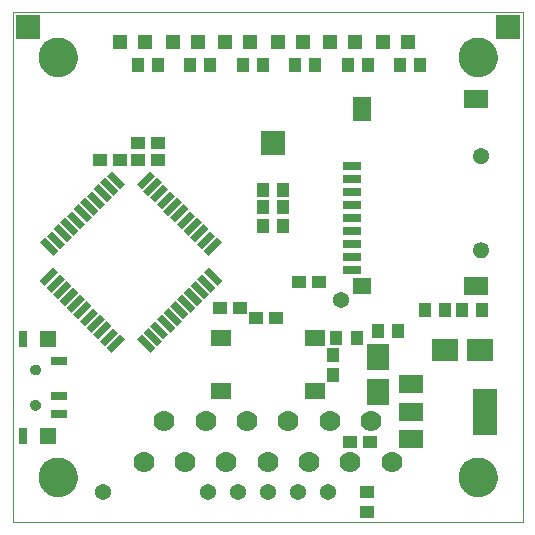
<source format=gts>
G75*
%MOIN*%
%OFA0B0*%
%FSLAX25Y25*%
%IPPOS*%
%LPD*%
%AMOC8*
5,1,8,0,0,1.08239X$1,22.5*
%
%ADD10C,0.00000*%
%ADD11C,0.12998*%
%ADD12R,0.08274X0.08274*%
%ADD13R,0.04731X0.04337*%
%ADD14R,0.07487X0.08865*%
%ADD15R,0.08865X0.07487*%
%ADD16R,0.04337X0.04731*%
%ADD17C,0.07000*%
%ADD18C,0.05400*%
%ADD19R,0.08274X0.06306*%
%ADD20R,0.08274X0.15361*%
%ADD21R,0.05124X0.05124*%
%ADD22R,0.06502X0.05518*%
%ADD23C,0.03550*%
%ADD24R,0.05400X0.02900*%
%ADD25R,0.03000X0.05400*%
%ADD26R,0.05400X0.05400*%
%ADD27R,0.06306X0.02369*%
%ADD28R,0.02369X0.06306*%
%ADD29R,0.08274X0.05912*%
%ADD30R,0.05912X0.05439*%
%ADD31R,0.05912X0.08077*%
%ADD32R,0.05912X0.03156*%
%ADD33C,0.05321*%
D10*
X0015500Y0006435D02*
X0015500Y0176435D01*
X0185500Y0176435D01*
X0185500Y0006435D01*
X0015500Y0006435D01*
X0024201Y0021435D02*
X0024203Y0021593D01*
X0024209Y0021751D01*
X0024219Y0021909D01*
X0024233Y0022067D01*
X0024251Y0022224D01*
X0024272Y0022381D01*
X0024298Y0022537D01*
X0024328Y0022693D01*
X0024361Y0022848D01*
X0024399Y0023001D01*
X0024440Y0023154D01*
X0024485Y0023306D01*
X0024534Y0023457D01*
X0024587Y0023606D01*
X0024643Y0023754D01*
X0024703Y0023900D01*
X0024767Y0024045D01*
X0024835Y0024188D01*
X0024906Y0024330D01*
X0024980Y0024470D01*
X0025058Y0024607D01*
X0025140Y0024743D01*
X0025224Y0024877D01*
X0025313Y0025008D01*
X0025404Y0025137D01*
X0025499Y0025264D01*
X0025596Y0025389D01*
X0025697Y0025511D01*
X0025801Y0025630D01*
X0025908Y0025747D01*
X0026018Y0025861D01*
X0026131Y0025972D01*
X0026246Y0026081D01*
X0026364Y0026186D01*
X0026485Y0026288D01*
X0026608Y0026388D01*
X0026734Y0026484D01*
X0026862Y0026577D01*
X0026992Y0026667D01*
X0027125Y0026753D01*
X0027260Y0026837D01*
X0027396Y0026916D01*
X0027535Y0026993D01*
X0027676Y0027065D01*
X0027818Y0027135D01*
X0027962Y0027200D01*
X0028108Y0027262D01*
X0028255Y0027320D01*
X0028404Y0027375D01*
X0028554Y0027426D01*
X0028705Y0027473D01*
X0028857Y0027516D01*
X0029010Y0027555D01*
X0029165Y0027591D01*
X0029320Y0027622D01*
X0029476Y0027650D01*
X0029632Y0027674D01*
X0029789Y0027694D01*
X0029947Y0027710D01*
X0030104Y0027722D01*
X0030263Y0027730D01*
X0030421Y0027734D01*
X0030579Y0027734D01*
X0030737Y0027730D01*
X0030896Y0027722D01*
X0031053Y0027710D01*
X0031211Y0027694D01*
X0031368Y0027674D01*
X0031524Y0027650D01*
X0031680Y0027622D01*
X0031835Y0027591D01*
X0031990Y0027555D01*
X0032143Y0027516D01*
X0032295Y0027473D01*
X0032446Y0027426D01*
X0032596Y0027375D01*
X0032745Y0027320D01*
X0032892Y0027262D01*
X0033038Y0027200D01*
X0033182Y0027135D01*
X0033324Y0027065D01*
X0033465Y0026993D01*
X0033604Y0026916D01*
X0033740Y0026837D01*
X0033875Y0026753D01*
X0034008Y0026667D01*
X0034138Y0026577D01*
X0034266Y0026484D01*
X0034392Y0026388D01*
X0034515Y0026288D01*
X0034636Y0026186D01*
X0034754Y0026081D01*
X0034869Y0025972D01*
X0034982Y0025861D01*
X0035092Y0025747D01*
X0035199Y0025630D01*
X0035303Y0025511D01*
X0035404Y0025389D01*
X0035501Y0025264D01*
X0035596Y0025137D01*
X0035687Y0025008D01*
X0035776Y0024877D01*
X0035860Y0024743D01*
X0035942Y0024607D01*
X0036020Y0024470D01*
X0036094Y0024330D01*
X0036165Y0024188D01*
X0036233Y0024045D01*
X0036297Y0023900D01*
X0036357Y0023754D01*
X0036413Y0023606D01*
X0036466Y0023457D01*
X0036515Y0023306D01*
X0036560Y0023154D01*
X0036601Y0023001D01*
X0036639Y0022848D01*
X0036672Y0022693D01*
X0036702Y0022537D01*
X0036728Y0022381D01*
X0036749Y0022224D01*
X0036767Y0022067D01*
X0036781Y0021909D01*
X0036791Y0021751D01*
X0036797Y0021593D01*
X0036799Y0021435D01*
X0036797Y0021277D01*
X0036791Y0021119D01*
X0036781Y0020961D01*
X0036767Y0020803D01*
X0036749Y0020646D01*
X0036728Y0020489D01*
X0036702Y0020333D01*
X0036672Y0020177D01*
X0036639Y0020022D01*
X0036601Y0019869D01*
X0036560Y0019716D01*
X0036515Y0019564D01*
X0036466Y0019413D01*
X0036413Y0019264D01*
X0036357Y0019116D01*
X0036297Y0018970D01*
X0036233Y0018825D01*
X0036165Y0018682D01*
X0036094Y0018540D01*
X0036020Y0018400D01*
X0035942Y0018263D01*
X0035860Y0018127D01*
X0035776Y0017993D01*
X0035687Y0017862D01*
X0035596Y0017733D01*
X0035501Y0017606D01*
X0035404Y0017481D01*
X0035303Y0017359D01*
X0035199Y0017240D01*
X0035092Y0017123D01*
X0034982Y0017009D01*
X0034869Y0016898D01*
X0034754Y0016789D01*
X0034636Y0016684D01*
X0034515Y0016582D01*
X0034392Y0016482D01*
X0034266Y0016386D01*
X0034138Y0016293D01*
X0034008Y0016203D01*
X0033875Y0016117D01*
X0033740Y0016033D01*
X0033604Y0015954D01*
X0033465Y0015877D01*
X0033324Y0015805D01*
X0033182Y0015735D01*
X0033038Y0015670D01*
X0032892Y0015608D01*
X0032745Y0015550D01*
X0032596Y0015495D01*
X0032446Y0015444D01*
X0032295Y0015397D01*
X0032143Y0015354D01*
X0031990Y0015315D01*
X0031835Y0015279D01*
X0031680Y0015248D01*
X0031524Y0015220D01*
X0031368Y0015196D01*
X0031211Y0015176D01*
X0031053Y0015160D01*
X0030896Y0015148D01*
X0030737Y0015140D01*
X0030579Y0015136D01*
X0030421Y0015136D01*
X0030263Y0015140D01*
X0030104Y0015148D01*
X0029947Y0015160D01*
X0029789Y0015176D01*
X0029632Y0015196D01*
X0029476Y0015220D01*
X0029320Y0015248D01*
X0029165Y0015279D01*
X0029010Y0015315D01*
X0028857Y0015354D01*
X0028705Y0015397D01*
X0028554Y0015444D01*
X0028404Y0015495D01*
X0028255Y0015550D01*
X0028108Y0015608D01*
X0027962Y0015670D01*
X0027818Y0015735D01*
X0027676Y0015805D01*
X0027535Y0015877D01*
X0027396Y0015954D01*
X0027260Y0016033D01*
X0027125Y0016117D01*
X0026992Y0016203D01*
X0026862Y0016293D01*
X0026734Y0016386D01*
X0026608Y0016482D01*
X0026485Y0016582D01*
X0026364Y0016684D01*
X0026246Y0016789D01*
X0026131Y0016898D01*
X0026018Y0017009D01*
X0025908Y0017123D01*
X0025801Y0017240D01*
X0025697Y0017359D01*
X0025596Y0017481D01*
X0025499Y0017606D01*
X0025404Y0017733D01*
X0025313Y0017862D01*
X0025224Y0017993D01*
X0025140Y0018127D01*
X0025058Y0018263D01*
X0024980Y0018400D01*
X0024906Y0018540D01*
X0024835Y0018682D01*
X0024767Y0018825D01*
X0024703Y0018970D01*
X0024643Y0019116D01*
X0024587Y0019264D01*
X0024534Y0019413D01*
X0024485Y0019564D01*
X0024440Y0019716D01*
X0024399Y0019869D01*
X0024361Y0020022D01*
X0024328Y0020177D01*
X0024298Y0020333D01*
X0024272Y0020489D01*
X0024251Y0020646D01*
X0024233Y0020803D01*
X0024219Y0020961D01*
X0024209Y0021119D01*
X0024203Y0021277D01*
X0024201Y0021435D01*
X0024203Y0021593D01*
X0024209Y0021751D01*
X0024219Y0021909D01*
X0024233Y0022067D01*
X0024251Y0022224D01*
X0024272Y0022381D01*
X0024298Y0022537D01*
X0024328Y0022693D01*
X0024361Y0022848D01*
X0024399Y0023001D01*
X0024440Y0023154D01*
X0024485Y0023306D01*
X0024534Y0023457D01*
X0024587Y0023606D01*
X0024643Y0023754D01*
X0024703Y0023900D01*
X0024767Y0024045D01*
X0024835Y0024188D01*
X0024906Y0024330D01*
X0024980Y0024470D01*
X0025058Y0024607D01*
X0025140Y0024743D01*
X0025224Y0024877D01*
X0025313Y0025008D01*
X0025404Y0025137D01*
X0025499Y0025264D01*
X0025596Y0025389D01*
X0025697Y0025511D01*
X0025801Y0025630D01*
X0025908Y0025747D01*
X0026018Y0025861D01*
X0026131Y0025972D01*
X0026246Y0026081D01*
X0026364Y0026186D01*
X0026485Y0026288D01*
X0026608Y0026388D01*
X0026734Y0026484D01*
X0026862Y0026577D01*
X0026992Y0026667D01*
X0027125Y0026753D01*
X0027260Y0026837D01*
X0027396Y0026916D01*
X0027535Y0026993D01*
X0027676Y0027065D01*
X0027818Y0027135D01*
X0027962Y0027200D01*
X0028108Y0027262D01*
X0028255Y0027320D01*
X0028404Y0027375D01*
X0028554Y0027426D01*
X0028705Y0027473D01*
X0028857Y0027516D01*
X0029010Y0027555D01*
X0029165Y0027591D01*
X0029320Y0027622D01*
X0029476Y0027650D01*
X0029632Y0027674D01*
X0029789Y0027694D01*
X0029947Y0027710D01*
X0030104Y0027722D01*
X0030263Y0027730D01*
X0030421Y0027734D01*
X0030579Y0027734D01*
X0030737Y0027730D01*
X0030896Y0027722D01*
X0031053Y0027710D01*
X0031211Y0027694D01*
X0031368Y0027674D01*
X0031524Y0027650D01*
X0031680Y0027622D01*
X0031835Y0027591D01*
X0031990Y0027555D01*
X0032143Y0027516D01*
X0032295Y0027473D01*
X0032446Y0027426D01*
X0032596Y0027375D01*
X0032745Y0027320D01*
X0032892Y0027262D01*
X0033038Y0027200D01*
X0033182Y0027135D01*
X0033324Y0027065D01*
X0033465Y0026993D01*
X0033604Y0026916D01*
X0033740Y0026837D01*
X0033875Y0026753D01*
X0034008Y0026667D01*
X0034138Y0026577D01*
X0034266Y0026484D01*
X0034392Y0026388D01*
X0034515Y0026288D01*
X0034636Y0026186D01*
X0034754Y0026081D01*
X0034869Y0025972D01*
X0034982Y0025861D01*
X0035092Y0025747D01*
X0035199Y0025630D01*
X0035303Y0025511D01*
X0035404Y0025389D01*
X0035501Y0025264D01*
X0035596Y0025137D01*
X0035687Y0025008D01*
X0035776Y0024877D01*
X0035860Y0024743D01*
X0035942Y0024607D01*
X0036020Y0024470D01*
X0036094Y0024330D01*
X0036165Y0024188D01*
X0036233Y0024045D01*
X0036297Y0023900D01*
X0036357Y0023754D01*
X0036413Y0023606D01*
X0036466Y0023457D01*
X0036515Y0023306D01*
X0036560Y0023154D01*
X0036601Y0023001D01*
X0036639Y0022848D01*
X0036672Y0022693D01*
X0036702Y0022537D01*
X0036728Y0022381D01*
X0036749Y0022224D01*
X0036767Y0022067D01*
X0036781Y0021909D01*
X0036791Y0021751D01*
X0036797Y0021593D01*
X0036799Y0021435D01*
X0036797Y0021277D01*
X0036791Y0021119D01*
X0036781Y0020961D01*
X0036767Y0020803D01*
X0036749Y0020646D01*
X0036728Y0020489D01*
X0036702Y0020333D01*
X0036672Y0020177D01*
X0036639Y0020022D01*
X0036601Y0019869D01*
X0036560Y0019716D01*
X0036515Y0019564D01*
X0036466Y0019413D01*
X0036413Y0019264D01*
X0036357Y0019116D01*
X0036297Y0018970D01*
X0036233Y0018825D01*
X0036165Y0018682D01*
X0036094Y0018540D01*
X0036020Y0018400D01*
X0035942Y0018263D01*
X0035860Y0018127D01*
X0035776Y0017993D01*
X0035687Y0017862D01*
X0035596Y0017733D01*
X0035501Y0017606D01*
X0035404Y0017481D01*
X0035303Y0017359D01*
X0035199Y0017240D01*
X0035092Y0017123D01*
X0034982Y0017009D01*
X0034869Y0016898D01*
X0034754Y0016789D01*
X0034636Y0016684D01*
X0034515Y0016582D01*
X0034392Y0016482D01*
X0034266Y0016386D01*
X0034138Y0016293D01*
X0034008Y0016203D01*
X0033875Y0016117D01*
X0033740Y0016033D01*
X0033604Y0015954D01*
X0033465Y0015877D01*
X0033324Y0015805D01*
X0033182Y0015735D01*
X0033038Y0015670D01*
X0032892Y0015608D01*
X0032745Y0015550D01*
X0032596Y0015495D01*
X0032446Y0015444D01*
X0032295Y0015397D01*
X0032143Y0015354D01*
X0031990Y0015315D01*
X0031835Y0015279D01*
X0031680Y0015248D01*
X0031524Y0015220D01*
X0031368Y0015196D01*
X0031211Y0015176D01*
X0031053Y0015160D01*
X0030896Y0015148D01*
X0030737Y0015140D01*
X0030579Y0015136D01*
X0030421Y0015136D01*
X0030263Y0015140D01*
X0030104Y0015148D01*
X0029947Y0015160D01*
X0029789Y0015176D01*
X0029632Y0015196D01*
X0029476Y0015220D01*
X0029320Y0015248D01*
X0029165Y0015279D01*
X0029010Y0015315D01*
X0028857Y0015354D01*
X0028705Y0015397D01*
X0028554Y0015444D01*
X0028404Y0015495D01*
X0028255Y0015550D01*
X0028108Y0015608D01*
X0027962Y0015670D01*
X0027818Y0015735D01*
X0027676Y0015805D01*
X0027535Y0015877D01*
X0027396Y0015954D01*
X0027260Y0016033D01*
X0027125Y0016117D01*
X0026992Y0016203D01*
X0026862Y0016293D01*
X0026734Y0016386D01*
X0026608Y0016482D01*
X0026485Y0016582D01*
X0026364Y0016684D01*
X0026246Y0016789D01*
X0026131Y0016898D01*
X0026018Y0017009D01*
X0025908Y0017123D01*
X0025801Y0017240D01*
X0025697Y0017359D01*
X0025596Y0017481D01*
X0025499Y0017606D01*
X0025404Y0017733D01*
X0025313Y0017862D01*
X0025224Y0017993D01*
X0025140Y0018127D01*
X0025058Y0018263D01*
X0024980Y0018400D01*
X0024906Y0018540D01*
X0024835Y0018682D01*
X0024767Y0018825D01*
X0024703Y0018970D01*
X0024643Y0019116D01*
X0024587Y0019264D01*
X0024534Y0019413D01*
X0024485Y0019564D01*
X0024440Y0019716D01*
X0024399Y0019869D01*
X0024361Y0020022D01*
X0024328Y0020177D01*
X0024298Y0020333D01*
X0024272Y0020489D01*
X0024251Y0020646D01*
X0024233Y0020803D01*
X0024219Y0020961D01*
X0024209Y0021119D01*
X0024203Y0021277D01*
X0024201Y0021435D01*
X0021425Y0045529D02*
X0021427Y0045608D01*
X0021433Y0045687D01*
X0021443Y0045766D01*
X0021457Y0045844D01*
X0021474Y0045921D01*
X0021496Y0045997D01*
X0021521Y0046072D01*
X0021551Y0046145D01*
X0021583Y0046217D01*
X0021620Y0046288D01*
X0021660Y0046356D01*
X0021703Y0046422D01*
X0021749Y0046486D01*
X0021799Y0046548D01*
X0021852Y0046607D01*
X0021907Y0046663D01*
X0021966Y0046717D01*
X0022027Y0046767D01*
X0022090Y0046815D01*
X0022156Y0046859D01*
X0022224Y0046900D01*
X0022294Y0046937D01*
X0022365Y0046971D01*
X0022439Y0047001D01*
X0022513Y0047027D01*
X0022589Y0047049D01*
X0022666Y0047068D01*
X0022744Y0047083D01*
X0022822Y0047094D01*
X0022901Y0047101D01*
X0022980Y0047104D01*
X0023059Y0047103D01*
X0023138Y0047098D01*
X0023217Y0047089D01*
X0023295Y0047076D01*
X0023372Y0047059D01*
X0023449Y0047039D01*
X0023524Y0047014D01*
X0023598Y0046986D01*
X0023671Y0046954D01*
X0023741Y0046919D01*
X0023810Y0046880D01*
X0023877Y0046837D01*
X0023942Y0046791D01*
X0024004Y0046743D01*
X0024064Y0046691D01*
X0024121Y0046636D01*
X0024175Y0046578D01*
X0024226Y0046518D01*
X0024274Y0046455D01*
X0024319Y0046390D01*
X0024361Y0046322D01*
X0024399Y0046253D01*
X0024433Y0046182D01*
X0024464Y0046109D01*
X0024492Y0046034D01*
X0024515Y0045959D01*
X0024535Y0045882D01*
X0024551Y0045805D01*
X0024563Y0045726D01*
X0024571Y0045648D01*
X0024575Y0045569D01*
X0024575Y0045489D01*
X0024571Y0045410D01*
X0024563Y0045332D01*
X0024551Y0045253D01*
X0024535Y0045176D01*
X0024515Y0045099D01*
X0024492Y0045024D01*
X0024464Y0044949D01*
X0024433Y0044876D01*
X0024399Y0044805D01*
X0024361Y0044736D01*
X0024319Y0044668D01*
X0024274Y0044603D01*
X0024226Y0044540D01*
X0024175Y0044480D01*
X0024121Y0044422D01*
X0024064Y0044367D01*
X0024004Y0044315D01*
X0023942Y0044267D01*
X0023877Y0044221D01*
X0023810Y0044178D01*
X0023741Y0044139D01*
X0023671Y0044104D01*
X0023598Y0044072D01*
X0023524Y0044044D01*
X0023449Y0044019D01*
X0023372Y0043999D01*
X0023295Y0043982D01*
X0023217Y0043969D01*
X0023138Y0043960D01*
X0023059Y0043955D01*
X0022980Y0043954D01*
X0022901Y0043957D01*
X0022822Y0043964D01*
X0022744Y0043975D01*
X0022666Y0043990D01*
X0022589Y0044009D01*
X0022513Y0044031D01*
X0022439Y0044057D01*
X0022365Y0044087D01*
X0022294Y0044121D01*
X0022224Y0044158D01*
X0022156Y0044199D01*
X0022090Y0044243D01*
X0022027Y0044291D01*
X0021966Y0044341D01*
X0021907Y0044395D01*
X0021852Y0044451D01*
X0021799Y0044510D01*
X0021749Y0044572D01*
X0021703Y0044636D01*
X0021660Y0044702D01*
X0021620Y0044770D01*
X0021583Y0044841D01*
X0021551Y0044913D01*
X0021521Y0044986D01*
X0021496Y0045061D01*
X0021474Y0045137D01*
X0021457Y0045214D01*
X0021443Y0045292D01*
X0021433Y0045371D01*
X0021427Y0045450D01*
X0021425Y0045529D01*
X0021425Y0057340D02*
X0021427Y0057419D01*
X0021433Y0057498D01*
X0021443Y0057577D01*
X0021457Y0057655D01*
X0021474Y0057732D01*
X0021496Y0057808D01*
X0021521Y0057883D01*
X0021551Y0057956D01*
X0021583Y0058028D01*
X0021620Y0058099D01*
X0021660Y0058167D01*
X0021703Y0058233D01*
X0021749Y0058297D01*
X0021799Y0058359D01*
X0021852Y0058418D01*
X0021907Y0058474D01*
X0021966Y0058528D01*
X0022027Y0058578D01*
X0022090Y0058626D01*
X0022156Y0058670D01*
X0022224Y0058711D01*
X0022294Y0058748D01*
X0022365Y0058782D01*
X0022439Y0058812D01*
X0022513Y0058838D01*
X0022589Y0058860D01*
X0022666Y0058879D01*
X0022744Y0058894D01*
X0022822Y0058905D01*
X0022901Y0058912D01*
X0022980Y0058915D01*
X0023059Y0058914D01*
X0023138Y0058909D01*
X0023217Y0058900D01*
X0023295Y0058887D01*
X0023372Y0058870D01*
X0023449Y0058850D01*
X0023524Y0058825D01*
X0023598Y0058797D01*
X0023671Y0058765D01*
X0023741Y0058730D01*
X0023810Y0058691D01*
X0023877Y0058648D01*
X0023942Y0058602D01*
X0024004Y0058554D01*
X0024064Y0058502D01*
X0024121Y0058447D01*
X0024175Y0058389D01*
X0024226Y0058329D01*
X0024274Y0058266D01*
X0024319Y0058201D01*
X0024361Y0058133D01*
X0024399Y0058064D01*
X0024433Y0057993D01*
X0024464Y0057920D01*
X0024492Y0057845D01*
X0024515Y0057770D01*
X0024535Y0057693D01*
X0024551Y0057616D01*
X0024563Y0057537D01*
X0024571Y0057459D01*
X0024575Y0057380D01*
X0024575Y0057300D01*
X0024571Y0057221D01*
X0024563Y0057143D01*
X0024551Y0057064D01*
X0024535Y0056987D01*
X0024515Y0056910D01*
X0024492Y0056835D01*
X0024464Y0056760D01*
X0024433Y0056687D01*
X0024399Y0056616D01*
X0024361Y0056547D01*
X0024319Y0056479D01*
X0024274Y0056414D01*
X0024226Y0056351D01*
X0024175Y0056291D01*
X0024121Y0056233D01*
X0024064Y0056178D01*
X0024004Y0056126D01*
X0023942Y0056078D01*
X0023877Y0056032D01*
X0023810Y0055989D01*
X0023741Y0055950D01*
X0023671Y0055915D01*
X0023598Y0055883D01*
X0023524Y0055855D01*
X0023449Y0055830D01*
X0023372Y0055810D01*
X0023295Y0055793D01*
X0023217Y0055780D01*
X0023138Y0055771D01*
X0023059Y0055766D01*
X0022980Y0055765D01*
X0022901Y0055768D01*
X0022822Y0055775D01*
X0022744Y0055786D01*
X0022666Y0055801D01*
X0022589Y0055820D01*
X0022513Y0055842D01*
X0022439Y0055868D01*
X0022365Y0055898D01*
X0022294Y0055932D01*
X0022224Y0055969D01*
X0022156Y0056010D01*
X0022090Y0056054D01*
X0022027Y0056102D01*
X0021966Y0056152D01*
X0021907Y0056206D01*
X0021852Y0056262D01*
X0021799Y0056321D01*
X0021749Y0056383D01*
X0021703Y0056447D01*
X0021660Y0056513D01*
X0021620Y0056581D01*
X0021583Y0056652D01*
X0021551Y0056724D01*
X0021521Y0056797D01*
X0021496Y0056872D01*
X0021474Y0056948D01*
X0021457Y0057025D01*
X0021443Y0057103D01*
X0021433Y0057182D01*
X0021427Y0057261D01*
X0021425Y0057340D01*
X0024201Y0161435D02*
X0024203Y0161593D01*
X0024209Y0161751D01*
X0024219Y0161909D01*
X0024233Y0162067D01*
X0024251Y0162224D01*
X0024272Y0162381D01*
X0024298Y0162537D01*
X0024328Y0162693D01*
X0024361Y0162848D01*
X0024399Y0163001D01*
X0024440Y0163154D01*
X0024485Y0163306D01*
X0024534Y0163457D01*
X0024587Y0163606D01*
X0024643Y0163754D01*
X0024703Y0163900D01*
X0024767Y0164045D01*
X0024835Y0164188D01*
X0024906Y0164330D01*
X0024980Y0164470D01*
X0025058Y0164607D01*
X0025140Y0164743D01*
X0025224Y0164877D01*
X0025313Y0165008D01*
X0025404Y0165137D01*
X0025499Y0165264D01*
X0025596Y0165389D01*
X0025697Y0165511D01*
X0025801Y0165630D01*
X0025908Y0165747D01*
X0026018Y0165861D01*
X0026131Y0165972D01*
X0026246Y0166081D01*
X0026364Y0166186D01*
X0026485Y0166288D01*
X0026608Y0166388D01*
X0026734Y0166484D01*
X0026862Y0166577D01*
X0026992Y0166667D01*
X0027125Y0166753D01*
X0027260Y0166837D01*
X0027396Y0166916D01*
X0027535Y0166993D01*
X0027676Y0167065D01*
X0027818Y0167135D01*
X0027962Y0167200D01*
X0028108Y0167262D01*
X0028255Y0167320D01*
X0028404Y0167375D01*
X0028554Y0167426D01*
X0028705Y0167473D01*
X0028857Y0167516D01*
X0029010Y0167555D01*
X0029165Y0167591D01*
X0029320Y0167622D01*
X0029476Y0167650D01*
X0029632Y0167674D01*
X0029789Y0167694D01*
X0029947Y0167710D01*
X0030104Y0167722D01*
X0030263Y0167730D01*
X0030421Y0167734D01*
X0030579Y0167734D01*
X0030737Y0167730D01*
X0030896Y0167722D01*
X0031053Y0167710D01*
X0031211Y0167694D01*
X0031368Y0167674D01*
X0031524Y0167650D01*
X0031680Y0167622D01*
X0031835Y0167591D01*
X0031990Y0167555D01*
X0032143Y0167516D01*
X0032295Y0167473D01*
X0032446Y0167426D01*
X0032596Y0167375D01*
X0032745Y0167320D01*
X0032892Y0167262D01*
X0033038Y0167200D01*
X0033182Y0167135D01*
X0033324Y0167065D01*
X0033465Y0166993D01*
X0033604Y0166916D01*
X0033740Y0166837D01*
X0033875Y0166753D01*
X0034008Y0166667D01*
X0034138Y0166577D01*
X0034266Y0166484D01*
X0034392Y0166388D01*
X0034515Y0166288D01*
X0034636Y0166186D01*
X0034754Y0166081D01*
X0034869Y0165972D01*
X0034982Y0165861D01*
X0035092Y0165747D01*
X0035199Y0165630D01*
X0035303Y0165511D01*
X0035404Y0165389D01*
X0035501Y0165264D01*
X0035596Y0165137D01*
X0035687Y0165008D01*
X0035776Y0164877D01*
X0035860Y0164743D01*
X0035942Y0164607D01*
X0036020Y0164470D01*
X0036094Y0164330D01*
X0036165Y0164188D01*
X0036233Y0164045D01*
X0036297Y0163900D01*
X0036357Y0163754D01*
X0036413Y0163606D01*
X0036466Y0163457D01*
X0036515Y0163306D01*
X0036560Y0163154D01*
X0036601Y0163001D01*
X0036639Y0162848D01*
X0036672Y0162693D01*
X0036702Y0162537D01*
X0036728Y0162381D01*
X0036749Y0162224D01*
X0036767Y0162067D01*
X0036781Y0161909D01*
X0036791Y0161751D01*
X0036797Y0161593D01*
X0036799Y0161435D01*
X0036797Y0161277D01*
X0036791Y0161119D01*
X0036781Y0160961D01*
X0036767Y0160803D01*
X0036749Y0160646D01*
X0036728Y0160489D01*
X0036702Y0160333D01*
X0036672Y0160177D01*
X0036639Y0160022D01*
X0036601Y0159869D01*
X0036560Y0159716D01*
X0036515Y0159564D01*
X0036466Y0159413D01*
X0036413Y0159264D01*
X0036357Y0159116D01*
X0036297Y0158970D01*
X0036233Y0158825D01*
X0036165Y0158682D01*
X0036094Y0158540D01*
X0036020Y0158400D01*
X0035942Y0158263D01*
X0035860Y0158127D01*
X0035776Y0157993D01*
X0035687Y0157862D01*
X0035596Y0157733D01*
X0035501Y0157606D01*
X0035404Y0157481D01*
X0035303Y0157359D01*
X0035199Y0157240D01*
X0035092Y0157123D01*
X0034982Y0157009D01*
X0034869Y0156898D01*
X0034754Y0156789D01*
X0034636Y0156684D01*
X0034515Y0156582D01*
X0034392Y0156482D01*
X0034266Y0156386D01*
X0034138Y0156293D01*
X0034008Y0156203D01*
X0033875Y0156117D01*
X0033740Y0156033D01*
X0033604Y0155954D01*
X0033465Y0155877D01*
X0033324Y0155805D01*
X0033182Y0155735D01*
X0033038Y0155670D01*
X0032892Y0155608D01*
X0032745Y0155550D01*
X0032596Y0155495D01*
X0032446Y0155444D01*
X0032295Y0155397D01*
X0032143Y0155354D01*
X0031990Y0155315D01*
X0031835Y0155279D01*
X0031680Y0155248D01*
X0031524Y0155220D01*
X0031368Y0155196D01*
X0031211Y0155176D01*
X0031053Y0155160D01*
X0030896Y0155148D01*
X0030737Y0155140D01*
X0030579Y0155136D01*
X0030421Y0155136D01*
X0030263Y0155140D01*
X0030104Y0155148D01*
X0029947Y0155160D01*
X0029789Y0155176D01*
X0029632Y0155196D01*
X0029476Y0155220D01*
X0029320Y0155248D01*
X0029165Y0155279D01*
X0029010Y0155315D01*
X0028857Y0155354D01*
X0028705Y0155397D01*
X0028554Y0155444D01*
X0028404Y0155495D01*
X0028255Y0155550D01*
X0028108Y0155608D01*
X0027962Y0155670D01*
X0027818Y0155735D01*
X0027676Y0155805D01*
X0027535Y0155877D01*
X0027396Y0155954D01*
X0027260Y0156033D01*
X0027125Y0156117D01*
X0026992Y0156203D01*
X0026862Y0156293D01*
X0026734Y0156386D01*
X0026608Y0156482D01*
X0026485Y0156582D01*
X0026364Y0156684D01*
X0026246Y0156789D01*
X0026131Y0156898D01*
X0026018Y0157009D01*
X0025908Y0157123D01*
X0025801Y0157240D01*
X0025697Y0157359D01*
X0025596Y0157481D01*
X0025499Y0157606D01*
X0025404Y0157733D01*
X0025313Y0157862D01*
X0025224Y0157993D01*
X0025140Y0158127D01*
X0025058Y0158263D01*
X0024980Y0158400D01*
X0024906Y0158540D01*
X0024835Y0158682D01*
X0024767Y0158825D01*
X0024703Y0158970D01*
X0024643Y0159116D01*
X0024587Y0159264D01*
X0024534Y0159413D01*
X0024485Y0159564D01*
X0024440Y0159716D01*
X0024399Y0159869D01*
X0024361Y0160022D01*
X0024328Y0160177D01*
X0024298Y0160333D01*
X0024272Y0160489D01*
X0024251Y0160646D01*
X0024233Y0160803D01*
X0024219Y0160961D01*
X0024209Y0161119D01*
X0024203Y0161277D01*
X0024201Y0161435D01*
X0164201Y0161435D02*
X0164203Y0161593D01*
X0164209Y0161751D01*
X0164219Y0161909D01*
X0164233Y0162067D01*
X0164251Y0162224D01*
X0164272Y0162381D01*
X0164298Y0162537D01*
X0164328Y0162693D01*
X0164361Y0162848D01*
X0164399Y0163001D01*
X0164440Y0163154D01*
X0164485Y0163306D01*
X0164534Y0163457D01*
X0164587Y0163606D01*
X0164643Y0163754D01*
X0164703Y0163900D01*
X0164767Y0164045D01*
X0164835Y0164188D01*
X0164906Y0164330D01*
X0164980Y0164470D01*
X0165058Y0164607D01*
X0165140Y0164743D01*
X0165224Y0164877D01*
X0165313Y0165008D01*
X0165404Y0165137D01*
X0165499Y0165264D01*
X0165596Y0165389D01*
X0165697Y0165511D01*
X0165801Y0165630D01*
X0165908Y0165747D01*
X0166018Y0165861D01*
X0166131Y0165972D01*
X0166246Y0166081D01*
X0166364Y0166186D01*
X0166485Y0166288D01*
X0166608Y0166388D01*
X0166734Y0166484D01*
X0166862Y0166577D01*
X0166992Y0166667D01*
X0167125Y0166753D01*
X0167260Y0166837D01*
X0167396Y0166916D01*
X0167535Y0166993D01*
X0167676Y0167065D01*
X0167818Y0167135D01*
X0167962Y0167200D01*
X0168108Y0167262D01*
X0168255Y0167320D01*
X0168404Y0167375D01*
X0168554Y0167426D01*
X0168705Y0167473D01*
X0168857Y0167516D01*
X0169010Y0167555D01*
X0169165Y0167591D01*
X0169320Y0167622D01*
X0169476Y0167650D01*
X0169632Y0167674D01*
X0169789Y0167694D01*
X0169947Y0167710D01*
X0170104Y0167722D01*
X0170263Y0167730D01*
X0170421Y0167734D01*
X0170579Y0167734D01*
X0170737Y0167730D01*
X0170896Y0167722D01*
X0171053Y0167710D01*
X0171211Y0167694D01*
X0171368Y0167674D01*
X0171524Y0167650D01*
X0171680Y0167622D01*
X0171835Y0167591D01*
X0171990Y0167555D01*
X0172143Y0167516D01*
X0172295Y0167473D01*
X0172446Y0167426D01*
X0172596Y0167375D01*
X0172745Y0167320D01*
X0172892Y0167262D01*
X0173038Y0167200D01*
X0173182Y0167135D01*
X0173324Y0167065D01*
X0173465Y0166993D01*
X0173604Y0166916D01*
X0173740Y0166837D01*
X0173875Y0166753D01*
X0174008Y0166667D01*
X0174138Y0166577D01*
X0174266Y0166484D01*
X0174392Y0166388D01*
X0174515Y0166288D01*
X0174636Y0166186D01*
X0174754Y0166081D01*
X0174869Y0165972D01*
X0174982Y0165861D01*
X0175092Y0165747D01*
X0175199Y0165630D01*
X0175303Y0165511D01*
X0175404Y0165389D01*
X0175501Y0165264D01*
X0175596Y0165137D01*
X0175687Y0165008D01*
X0175776Y0164877D01*
X0175860Y0164743D01*
X0175942Y0164607D01*
X0176020Y0164470D01*
X0176094Y0164330D01*
X0176165Y0164188D01*
X0176233Y0164045D01*
X0176297Y0163900D01*
X0176357Y0163754D01*
X0176413Y0163606D01*
X0176466Y0163457D01*
X0176515Y0163306D01*
X0176560Y0163154D01*
X0176601Y0163001D01*
X0176639Y0162848D01*
X0176672Y0162693D01*
X0176702Y0162537D01*
X0176728Y0162381D01*
X0176749Y0162224D01*
X0176767Y0162067D01*
X0176781Y0161909D01*
X0176791Y0161751D01*
X0176797Y0161593D01*
X0176799Y0161435D01*
X0176797Y0161277D01*
X0176791Y0161119D01*
X0176781Y0160961D01*
X0176767Y0160803D01*
X0176749Y0160646D01*
X0176728Y0160489D01*
X0176702Y0160333D01*
X0176672Y0160177D01*
X0176639Y0160022D01*
X0176601Y0159869D01*
X0176560Y0159716D01*
X0176515Y0159564D01*
X0176466Y0159413D01*
X0176413Y0159264D01*
X0176357Y0159116D01*
X0176297Y0158970D01*
X0176233Y0158825D01*
X0176165Y0158682D01*
X0176094Y0158540D01*
X0176020Y0158400D01*
X0175942Y0158263D01*
X0175860Y0158127D01*
X0175776Y0157993D01*
X0175687Y0157862D01*
X0175596Y0157733D01*
X0175501Y0157606D01*
X0175404Y0157481D01*
X0175303Y0157359D01*
X0175199Y0157240D01*
X0175092Y0157123D01*
X0174982Y0157009D01*
X0174869Y0156898D01*
X0174754Y0156789D01*
X0174636Y0156684D01*
X0174515Y0156582D01*
X0174392Y0156482D01*
X0174266Y0156386D01*
X0174138Y0156293D01*
X0174008Y0156203D01*
X0173875Y0156117D01*
X0173740Y0156033D01*
X0173604Y0155954D01*
X0173465Y0155877D01*
X0173324Y0155805D01*
X0173182Y0155735D01*
X0173038Y0155670D01*
X0172892Y0155608D01*
X0172745Y0155550D01*
X0172596Y0155495D01*
X0172446Y0155444D01*
X0172295Y0155397D01*
X0172143Y0155354D01*
X0171990Y0155315D01*
X0171835Y0155279D01*
X0171680Y0155248D01*
X0171524Y0155220D01*
X0171368Y0155196D01*
X0171211Y0155176D01*
X0171053Y0155160D01*
X0170896Y0155148D01*
X0170737Y0155140D01*
X0170579Y0155136D01*
X0170421Y0155136D01*
X0170263Y0155140D01*
X0170104Y0155148D01*
X0169947Y0155160D01*
X0169789Y0155176D01*
X0169632Y0155196D01*
X0169476Y0155220D01*
X0169320Y0155248D01*
X0169165Y0155279D01*
X0169010Y0155315D01*
X0168857Y0155354D01*
X0168705Y0155397D01*
X0168554Y0155444D01*
X0168404Y0155495D01*
X0168255Y0155550D01*
X0168108Y0155608D01*
X0167962Y0155670D01*
X0167818Y0155735D01*
X0167676Y0155805D01*
X0167535Y0155877D01*
X0167396Y0155954D01*
X0167260Y0156033D01*
X0167125Y0156117D01*
X0166992Y0156203D01*
X0166862Y0156293D01*
X0166734Y0156386D01*
X0166608Y0156482D01*
X0166485Y0156582D01*
X0166364Y0156684D01*
X0166246Y0156789D01*
X0166131Y0156898D01*
X0166018Y0157009D01*
X0165908Y0157123D01*
X0165801Y0157240D01*
X0165697Y0157359D01*
X0165596Y0157481D01*
X0165499Y0157606D01*
X0165404Y0157733D01*
X0165313Y0157862D01*
X0165224Y0157993D01*
X0165140Y0158127D01*
X0165058Y0158263D01*
X0164980Y0158400D01*
X0164906Y0158540D01*
X0164835Y0158682D01*
X0164767Y0158825D01*
X0164703Y0158970D01*
X0164643Y0159116D01*
X0164587Y0159264D01*
X0164534Y0159413D01*
X0164485Y0159564D01*
X0164440Y0159716D01*
X0164399Y0159869D01*
X0164361Y0160022D01*
X0164328Y0160177D01*
X0164298Y0160333D01*
X0164272Y0160489D01*
X0164251Y0160646D01*
X0164233Y0160803D01*
X0164219Y0160961D01*
X0164209Y0161119D01*
X0164203Y0161277D01*
X0164201Y0161435D01*
X0168959Y0128640D02*
X0168961Y0128739D01*
X0168967Y0128838D01*
X0168977Y0128937D01*
X0168991Y0129035D01*
X0169009Y0129132D01*
X0169031Y0129229D01*
X0169056Y0129325D01*
X0169086Y0129419D01*
X0169119Y0129513D01*
X0169156Y0129605D01*
X0169197Y0129695D01*
X0169241Y0129784D01*
X0169289Y0129870D01*
X0169340Y0129955D01*
X0169395Y0130038D01*
X0169453Y0130118D01*
X0169514Y0130196D01*
X0169578Y0130272D01*
X0169645Y0130345D01*
X0169715Y0130415D01*
X0169788Y0130482D01*
X0169864Y0130546D01*
X0169942Y0130607D01*
X0170022Y0130665D01*
X0170105Y0130720D01*
X0170189Y0130771D01*
X0170276Y0130819D01*
X0170365Y0130863D01*
X0170455Y0130904D01*
X0170547Y0130941D01*
X0170641Y0130974D01*
X0170735Y0131004D01*
X0170831Y0131029D01*
X0170928Y0131051D01*
X0171025Y0131069D01*
X0171123Y0131083D01*
X0171222Y0131093D01*
X0171321Y0131099D01*
X0171420Y0131101D01*
X0171519Y0131099D01*
X0171618Y0131093D01*
X0171717Y0131083D01*
X0171815Y0131069D01*
X0171912Y0131051D01*
X0172009Y0131029D01*
X0172105Y0131004D01*
X0172199Y0130974D01*
X0172293Y0130941D01*
X0172385Y0130904D01*
X0172475Y0130863D01*
X0172564Y0130819D01*
X0172650Y0130771D01*
X0172735Y0130720D01*
X0172818Y0130665D01*
X0172898Y0130607D01*
X0172976Y0130546D01*
X0173052Y0130482D01*
X0173125Y0130415D01*
X0173195Y0130345D01*
X0173262Y0130272D01*
X0173326Y0130196D01*
X0173387Y0130118D01*
X0173445Y0130038D01*
X0173500Y0129955D01*
X0173551Y0129871D01*
X0173599Y0129784D01*
X0173643Y0129695D01*
X0173684Y0129605D01*
X0173721Y0129513D01*
X0173754Y0129419D01*
X0173784Y0129325D01*
X0173809Y0129229D01*
X0173831Y0129132D01*
X0173849Y0129035D01*
X0173863Y0128937D01*
X0173873Y0128838D01*
X0173879Y0128739D01*
X0173881Y0128640D01*
X0173879Y0128541D01*
X0173873Y0128442D01*
X0173863Y0128343D01*
X0173849Y0128245D01*
X0173831Y0128148D01*
X0173809Y0128051D01*
X0173784Y0127955D01*
X0173754Y0127861D01*
X0173721Y0127767D01*
X0173684Y0127675D01*
X0173643Y0127585D01*
X0173599Y0127496D01*
X0173551Y0127410D01*
X0173500Y0127325D01*
X0173445Y0127242D01*
X0173387Y0127162D01*
X0173326Y0127084D01*
X0173262Y0127008D01*
X0173195Y0126935D01*
X0173125Y0126865D01*
X0173052Y0126798D01*
X0172976Y0126734D01*
X0172898Y0126673D01*
X0172818Y0126615D01*
X0172735Y0126560D01*
X0172651Y0126509D01*
X0172564Y0126461D01*
X0172475Y0126417D01*
X0172385Y0126376D01*
X0172293Y0126339D01*
X0172199Y0126306D01*
X0172105Y0126276D01*
X0172009Y0126251D01*
X0171912Y0126229D01*
X0171815Y0126211D01*
X0171717Y0126197D01*
X0171618Y0126187D01*
X0171519Y0126181D01*
X0171420Y0126179D01*
X0171321Y0126181D01*
X0171222Y0126187D01*
X0171123Y0126197D01*
X0171025Y0126211D01*
X0170928Y0126229D01*
X0170831Y0126251D01*
X0170735Y0126276D01*
X0170641Y0126306D01*
X0170547Y0126339D01*
X0170455Y0126376D01*
X0170365Y0126417D01*
X0170276Y0126461D01*
X0170190Y0126509D01*
X0170105Y0126560D01*
X0170022Y0126615D01*
X0169942Y0126673D01*
X0169864Y0126734D01*
X0169788Y0126798D01*
X0169715Y0126865D01*
X0169645Y0126935D01*
X0169578Y0127008D01*
X0169514Y0127084D01*
X0169453Y0127162D01*
X0169395Y0127242D01*
X0169340Y0127325D01*
X0169289Y0127409D01*
X0169241Y0127496D01*
X0169197Y0127585D01*
X0169156Y0127675D01*
X0169119Y0127767D01*
X0169086Y0127861D01*
X0169056Y0127955D01*
X0169031Y0128051D01*
X0169009Y0128148D01*
X0168991Y0128245D01*
X0168977Y0128343D01*
X0168967Y0128442D01*
X0168961Y0128541D01*
X0168959Y0128640D01*
X0168959Y0097144D02*
X0168961Y0097243D01*
X0168967Y0097342D01*
X0168977Y0097441D01*
X0168991Y0097539D01*
X0169009Y0097636D01*
X0169031Y0097733D01*
X0169056Y0097829D01*
X0169086Y0097923D01*
X0169119Y0098017D01*
X0169156Y0098109D01*
X0169197Y0098199D01*
X0169241Y0098288D01*
X0169289Y0098374D01*
X0169340Y0098459D01*
X0169395Y0098542D01*
X0169453Y0098622D01*
X0169514Y0098700D01*
X0169578Y0098776D01*
X0169645Y0098849D01*
X0169715Y0098919D01*
X0169788Y0098986D01*
X0169864Y0099050D01*
X0169942Y0099111D01*
X0170022Y0099169D01*
X0170105Y0099224D01*
X0170189Y0099275D01*
X0170276Y0099323D01*
X0170365Y0099367D01*
X0170455Y0099408D01*
X0170547Y0099445D01*
X0170641Y0099478D01*
X0170735Y0099508D01*
X0170831Y0099533D01*
X0170928Y0099555D01*
X0171025Y0099573D01*
X0171123Y0099587D01*
X0171222Y0099597D01*
X0171321Y0099603D01*
X0171420Y0099605D01*
X0171519Y0099603D01*
X0171618Y0099597D01*
X0171717Y0099587D01*
X0171815Y0099573D01*
X0171912Y0099555D01*
X0172009Y0099533D01*
X0172105Y0099508D01*
X0172199Y0099478D01*
X0172293Y0099445D01*
X0172385Y0099408D01*
X0172475Y0099367D01*
X0172564Y0099323D01*
X0172650Y0099275D01*
X0172735Y0099224D01*
X0172818Y0099169D01*
X0172898Y0099111D01*
X0172976Y0099050D01*
X0173052Y0098986D01*
X0173125Y0098919D01*
X0173195Y0098849D01*
X0173262Y0098776D01*
X0173326Y0098700D01*
X0173387Y0098622D01*
X0173445Y0098542D01*
X0173500Y0098459D01*
X0173551Y0098375D01*
X0173599Y0098288D01*
X0173643Y0098199D01*
X0173684Y0098109D01*
X0173721Y0098017D01*
X0173754Y0097923D01*
X0173784Y0097829D01*
X0173809Y0097733D01*
X0173831Y0097636D01*
X0173849Y0097539D01*
X0173863Y0097441D01*
X0173873Y0097342D01*
X0173879Y0097243D01*
X0173881Y0097144D01*
X0173879Y0097045D01*
X0173873Y0096946D01*
X0173863Y0096847D01*
X0173849Y0096749D01*
X0173831Y0096652D01*
X0173809Y0096555D01*
X0173784Y0096459D01*
X0173754Y0096365D01*
X0173721Y0096271D01*
X0173684Y0096179D01*
X0173643Y0096089D01*
X0173599Y0096000D01*
X0173551Y0095914D01*
X0173500Y0095829D01*
X0173445Y0095746D01*
X0173387Y0095666D01*
X0173326Y0095588D01*
X0173262Y0095512D01*
X0173195Y0095439D01*
X0173125Y0095369D01*
X0173052Y0095302D01*
X0172976Y0095238D01*
X0172898Y0095177D01*
X0172818Y0095119D01*
X0172735Y0095064D01*
X0172651Y0095013D01*
X0172564Y0094965D01*
X0172475Y0094921D01*
X0172385Y0094880D01*
X0172293Y0094843D01*
X0172199Y0094810D01*
X0172105Y0094780D01*
X0172009Y0094755D01*
X0171912Y0094733D01*
X0171815Y0094715D01*
X0171717Y0094701D01*
X0171618Y0094691D01*
X0171519Y0094685D01*
X0171420Y0094683D01*
X0171321Y0094685D01*
X0171222Y0094691D01*
X0171123Y0094701D01*
X0171025Y0094715D01*
X0170928Y0094733D01*
X0170831Y0094755D01*
X0170735Y0094780D01*
X0170641Y0094810D01*
X0170547Y0094843D01*
X0170455Y0094880D01*
X0170365Y0094921D01*
X0170276Y0094965D01*
X0170190Y0095013D01*
X0170105Y0095064D01*
X0170022Y0095119D01*
X0169942Y0095177D01*
X0169864Y0095238D01*
X0169788Y0095302D01*
X0169715Y0095369D01*
X0169645Y0095439D01*
X0169578Y0095512D01*
X0169514Y0095588D01*
X0169453Y0095666D01*
X0169395Y0095746D01*
X0169340Y0095829D01*
X0169289Y0095913D01*
X0169241Y0096000D01*
X0169197Y0096089D01*
X0169156Y0096179D01*
X0169119Y0096271D01*
X0169086Y0096365D01*
X0169056Y0096459D01*
X0169031Y0096555D01*
X0169009Y0096652D01*
X0168991Y0096749D01*
X0168977Y0096847D01*
X0168967Y0096946D01*
X0168961Y0097045D01*
X0168959Y0097144D01*
X0164201Y0021435D02*
X0164203Y0021593D01*
X0164209Y0021751D01*
X0164219Y0021909D01*
X0164233Y0022067D01*
X0164251Y0022224D01*
X0164272Y0022381D01*
X0164298Y0022537D01*
X0164328Y0022693D01*
X0164361Y0022848D01*
X0164399Y0023001D01*
X0164440Y0023154D01*
X0164485Y0023306D01*
X0164534Y0023457D01*
X0164587Y0023606D01*
X0164643Y0023754D01*
X0164703Y0023900D01*
X0164767Y0024045D01*
X0164835Y0024188D01*
X0164906Y0024330D01*
X0164980Y0024470D01*
X0165058Y0024607D01*
X0165140Y0024743D01*
X0165224Y0024877D01*
X0165313Y0025008D01*
X0165404Y0025137D01*
X0165499Y0025264D01*
X0165596Y0025389D01*
X0165697Y0025511D01*
X0165801Y0025630D01*
X0165908Y0025747D01*
X0166018Y0025861D01*
X0166131Y0025972D01*
X0166246Y0026081D01*
X0166364Y0026186D01*
X0166485Y0026288D01*
X0166608Y0026388D01*
X0166734Y0026484D01*
X0166862Y0026577D01*
X0166992Y0026667D01*
X0167125Y0026753D01*
X0167260Y0026837D01*
X0167396Y0026916D01*
X0167535Y0026993D01*
X0167676Y0027065D01*
X0167818Y0027135D01*
X0167962Y0027200D01*
X0168108Y0027262D01*
X0168255Y0027320D01*
X0168404Y0027375D01*
X0168554Y0027426D01*
X0168705Y0027473D01*
X0168857Y0027516D01*
X0169010Y0027555D01*
X0169165Y0027591D01*
X0169320Y0027622D01*
X0169476Y0027650D01*
X0169632Y0027674D01*
X0169789Y0027694D01*
X0169947Y0027710D01*
X0170104Y0027722D01*
X0170263Y0027730D01*
X0170421Y0027734D01*
X0170579Y0027734D01*
X0170737Y0027730D01*
X0170896Y0027722D01*
X0171053Y0027710D01*
X0171211Y0027694D01*
X0171368Y0027674D01*
X0171524Y0027650D01*
X0171680Y0027622D01*
X0171835Y0027591D01*
X0171990Y0027555D01*
X0172143Y0027516D01*
X0172295Y0027473D01*
X0172446Y0027426D01*
X0172596Y0027375D01*
X0172745Y0027320D01*
X0172892Y0027262D01*
X0173038Y0027200D01*
X0173182Y0027135D01*
X0173324Y0027065D01*
X0173465Y0026993D01*
X0173604Y0026916D01*
X0173740Y0026837D01*
X0173875Y0026753D01*
X0174008Y0026667D01*
X0174138Y0026577D01*
X0174266Y0026484D01*
X0174392Y0026388D01*
X0174515Y0026288D01*
X0174636Y0026186D01*
X0174754Y0026081D01*
X0174869Y0025972D01*
X0174982Y0025861D01*
X0175092Y0025747D01*
X0175199Y0025630D01*
X0175303Y0025511D01*
X0175404Y0025389D01*
X0175501Y0025264D01*
X0175596Y0025137D01*
X0175687Y0025008D01*
X0175776Y0024877D01*
X0175860Y0024743D01*
X0175942Y0024607D01*
X0176020Y0024470D01*
X0176094Y0024330D01*
X0176165Y0024188D01*
X0176233Y0024045D01*
X0176297Y0023900D01*
X0176357Y0023754D01*
X0176413Y0023606D01*
X0176466Y0023457D01*
X0176515Y0023306D01*
X0176560Y0023154D01*
X0176601Y0023001D01*
X0176639Y0022848D01*
X0176672Y0022693D01*
X0176702Y0022537D01*
X0176728Y0022381D01*
X0176749Y0022224D01*
X0176767Y0022067D01*
X0176781Y0021909D01*
X0176791Y0021751D01*
X0176797Y0021593D01*
X0176799Y0021435D01*
X0176797Y0021277D01*
X0176791Y0021119D01*
X0176781Y0020961D01*
X0176767Y0020803D01*
X0176749Y0020646D01*
X0176728Y0020489D01*
X0176702Y0020333D01*
X0176672Y0020177D01*
X0176639Y0020022D01*
X0176601Y0019869D01*
X0176560Y0019716D01*
X0176515Y0019564D01*
X0176466Y0019413D01*
X0176413Y0019264D01*
X0176357Y0019116D01*
X0176297Y0018970D01*
X0176233Y0018825D01*
X0176165Y0018682D01*
X0176094Y0018540D01*
X0176020Y0018400D01*
X0175942Y0018263D01*
X0175860Y0018127D01*
X0175776Y0017993D01*
X0175687Y0017862D01*
X0175596Y0017733D01*
X0175501Y0017606D01*
X0175404Y0017481D01*
X0175303Y0017359D01*
X0175199Y0017240D01*
X0175092Y0017123D01*
X0174982Y0017009D01*
X0174869Y0016898D01*
X0174754Y0016789D01*
X0174636Y0016684D01*
X0174515Y0016582D01*
X0174392Y0016482D01*
X0174266Y0016386D01*
X0174138Y0016293D01*
X0174008Y0016203D01*
X0173875Y0016117D01*
X0173740Y0016033D01*
X0173604Y0015954D01*
X0173465Y0015877D01*
X0173324Y0015805D01*
X0173182Y0015735D01*
X0173038Y0015670D01*
X0172892Y0015608D01*
X0172745Y0015550D01*
X0172596Y0015495D01*
X0172446Y0015444D01*
X0172295Y0015397D01*
X0172143Y0015354D01*
X0171990Y0015315D01*
X0171835Y0015279D01*
X0171680Y0015248D01*
X0171524Y0015220D01*
X0171368Y0015196D01*
X0171211Y0015176D01*
X0171053Y0015160D01*
X0170896Y0015148D01*
X0170737Y0015140D01*
X0170579Y0015136D01*
X0170421Y0015136D01*
X0170263Y0015140D01*
X0170104Y0015148D01*
X0169947Y0015160D01*
X0169789Y0015176D01*
X0169632Y0015196D01*
X0169476Y0015220D01*
X0169320Y0015248D01*
X0169165Y0015279D01*
X0169010Y0015315D01*
X0168857Y0015354D01*
X0168705Y0015397D01*
X0168554Y0015444D01*
X0168404Y0015495D01*
X0168255Y0015550D01*
X0168108Y0015608D01*
X0167962Y0015670D01*
X0167818Y0015735D01*
X0167676Y0015805D01*
X0167535Y0015877D01*
X0167396Y0015954D01*
X0167260Y0016033D01*
X0167125Y0016117D01*
X0166992Y0016203D01*
X0166862Y0016293D01*
X0166734Y0016386D01*
X0166608Y0016482D01*
X0166485Y0016582D01*
X0166364Y0016684D01*
X0166246Y0016789D01*
X0166131Y0016898D01*
X0166018Y0017009D01*
X0165908Y0017123D01*
X0165801Y0017240D01*
X0165697Y0017359D01*
X0165596Y0017481D01*
X0165499Y0017606D01*
X0165404Y0017733D01*
X0165313Y0017862D01*
X0165224Y0017993D01*
X0165140Y0018127D01*
X0165058Y0018263D01*
X0164980Y0018400D01*
X0164906Y0018540D01*
X0164835Y0018682D01*
X0164767Y0018825D01*
X0164703Y0018970D01*
X0164643Y0019116D01*
X0164587Y0019264D01*
X0164534Y0019413D01*
X0164485Y0019564D01*
X0164440Y0019716D01*
X0164399Y0019869D01*
X0164361Y0020022D01*
X0164328Y0020177D01*
X0164298Y0020333D01*
X0164272Y0020489D01*
X0164251Y0020646D01*
X0164233Y0020803D01*
X0164219Y0020961D01*
X0164209Y0021119D01*
X0164203Y0021277D01*
X0164201Y0021435D01*
D11*
X0170500Y0021435D03*
X0030500Y0021435D03*
X0030500Y0021435D03*
X0030500Y0161435D03*
X0170500Y0161435D03*
D12*
X0180500Y0171435D03*
X0102375Y0132685D03*
X0020500Y0171435D03*
D13*
X0057154Y0132685D03*
X0057154Y0127060D03*
X0051346Y0127060D03*
X0044654Y0127060D03*
X0063846Y0127060D03*
X0063846Y0132685D03*
X0110904Y0086435D03*
X0117596Y0086435D03*
X0103221Y0074560D03*
X0096529Y0074560D03*
X0091346Y0077685D03*
X0084654Y0077685D03*
X0127779Y0033310D03*
X0134471Y0033310D03*
X0133625Y0016656D03*
X0133625Y0009963D03*
D14*
X0137375Y0050003D03*
X0137375Y0061617D03*
D15*
X0159693Y0063935D03*
X0171307Y0063935D03*
D16*
X0171971Y0077060D03*
X0165279Y0077060D03*
X0159471Y0077060D03*
X0152779Y0077060D03*
X0143846Y0070185D03*
X0137154Y0070185D03*
X0130096Y0067685D03*
X0123404Y0067685D03*
X0122375Y0062281D03*
X0122375Y0055588D03*
X0105721Y0105185D03*
X0099029Y0105185D03*
X0099029Y0111435D03*
X0099029Y0117060D03*
X0105721Y0117060D03*
X0105721Y0111435D03*
X0109654Y0158935D03*
X0116346Y0158935D03*
X0127154Y0158935D03*
X0133846Y0158935D03*
X0144654Y0158935D03*
X0151346Y0158935D03*
X0098846Y0158935D03*
X0092154Y0158935D03*
X0081346Y0158935D03*
X0074654Y0158935D03*
X0063846Y0158935D03*
X0057154Y0158935D03*
D17*
X0066051Y0040214D03*
X0079831Y0040214D03*
X0093610Y0040214D03*
X0107390Y0040214D03*
X0121169Y0040214D03*
X0134949Y0040214D03*
X0141839Y0026435D03*
X0128059Y0026435D03*
X0114280Y0026435D03*
X0100500Y0026435D03*
X0086720Y0026435D03*
X0072941Y0026435D03*
X0059161Y0026435D03*
D18*
X0045500Y0016435D03*
X0080500Y0016435D03*
X0090500Y0016435D03*
X0100500Y0016435D03*
X0110500Y0016435D03*
X0120500Y0016435D03*
X0124875Y0080497D03*
D19*
X0148098Y0052365D03*
X0148098Y0043310D03*
X0148098Y0034255D03*
D20*
X0172902Y0043310D03*
D21*
X0147134Y0166435D03*
X0138866Y0166435D03*
X0129634Y0166435D03*
X0121366Y0166435D03*
X0112134Y0166435D03*
X0103866Y0166435D03*
X0094634Y0166435D03*
X0086366Y0166435D03*
X0077134Y0166435D03*
X0068866Y0166435D03*
X0059634Y0166435D03*
X0051366Y0166435D03*
D22*
X0084850Y0067793D03*
X0084850Y0050077D03*
X0116150Y0050077D03*
X0116150Y0067793D03*
D23*
X0023000Y0057340D03*
X0023000Y0045529D03*
D24*
X0030874Y0042577D03*
X0030874Y0048482D03*
X0030874Y0060293D03*
D25*
X0018866Y0067577D03*
X0018866Y0035293D03*
D26*
X0027134Y0035293D03*
X0027134Y0067577D03*
D27*
G36*
X0041794Y0078555D02*
X0037336Y0074097D01*
X0035662Y0075771D01*
X0040120Y0080229D01*
X0041794Y0078555D01*
G37*
G36*
X0044022Y0076328D02*
X0039564Y0071870D01*
X0037890Y0073544D01*
X0042348Y0078002D01*
X0044022Y0076328D01*
G37*
G36*
X0046249Y0074101D02*
X0041791Y0069643D01*
X0040117Y0071317D01*
X0044575Y0075775D01*
X0046249Y0074101D01*
G37*
G36*
X0048476Y0071874D02*
X0044018Y0067416D01*
X0042344Y0069090D01*
X0046802Y0073548D01*
X0048476Y0071874D01*
G37*
G36*
X0050703Y0069647D02*
X0046245Y0065189D01*
X0044571Y0066863D01*
X0049029Y0071321D01*
X0050703Y0069647D01*
G37*
G36*
X0052930Y0067420D02*
X0048472Y0062962D01*
X0046798Y0064636D01*
X0051256Y0069094D01*
X0052930Y0067420D01*
G37*
G36*
X0039567Y0080783D02*
X0035109Y0076325D01*
X0033435Y0077999D01*
X0037893Y0082457D01*
X0039567Y0080783D01*
G37*
G36*
X0037340Y0083010D02*
X0032882Y0078552D01*
X0031208Y0080226D01*
X0035666Y0084684D01*
X0037340Y0083010D01*
G37*
G36*
X0035113Y0085237D02*
X0030655Y0080779D01*
X0028981Y0082453D01*
X0033439Y0086911D01*
X0035113Y0085237D01*
G37*
G36*
X0032886Y0087464D02*
X0028428Y0083006D01*
X0026754Y0084680D01*
X0031212Y0089138D01*
X0032886Y0087464D01*
G37*
G36*
X0030659Y0089691D02*
X0026201Y0085233D01*
X0024527Y0086907D01*
X0028985Y0091365D01*
X0030659Y0089691D01*
G37*
G36*
X0065179Y0119757D02*
X0060721Y0115299D01*
X0059047Y0116973D01*
X0063505Y0121431D01*
X0065179Y0119757D01*
G37*
G36*
X0067406Y0117530D02*
X0062948Y0113072D01*
X0061274Y0114746D01*
X0065732Y0119204D01*
X0067406Y0117530D01*
G37*
G36*
X0069633Y0115303D02*
X0065175Y0110845D01*
X0063501Y0112519D01*
X0067959Y0116977D01*
X0069633Y0115303D01*
G37*
G36*
X0071860Y0113076D02*
X0067402Y0108618D01*
X0065728Y0110292D01*
X0070186Y0114750D01*
X0071860Y0113076D01*
G37*
G36*
X0074088Y0110848D02*
X0069630Y0106390D01*
X0067956Y0108064D01*
X0072414Y0112522D01*
X0074088Y0110848D01*
G37*
G36*
X0076315Y0108621D02*
X0071857Y0104163D01*
X0070183Y0105837D01*
X0074641Y0110295D01*
X0076315Y0108621D01*
G37*
G36*
X0078542Y0106394D02*
X0074084Y0101936D01*
X0072410Y0103610D01*
X0076868Y0108068D01*
X0078542Y0106394D01*
G37*
G36*
X0080769Y0104167D02*
X0076311Y0099709D01*
X0074637Y0101383D01*
X0079095Y0105841D01*
X0080769Y0104167D01*
G37*
G36*
X0082996Y0101940D02*
X0078538Y0097482D01*
X0076864Y0099156D01*
X0081322Y0103614D01*
X0082996Y0101940D01*
G37*
G36*
X0085223Y0099713D02*
X0080765Y0095255D01*
X0079091Y0096929D01*
X0083549Y0101387D01*
X0085223Y0099713D01*
G37*
G36*
X0062952Y0121984D02*
X0058494Y0117526D01*
X0056820Y0119200D01*
X0061278Y0123658D01*
X0062952Y0121984D01*
G37*
D28*
G36*
X0052930Y0119200D02*
X0051256Y0117526D01*
X0046798Y0121984D01*
X0048472Y0123658D01*
X0052930Y0119200D01*
G37*
G36*
X0050703Y0116973D02*
X0049029Y0115299D01*
X0044571Y0119757D01*
X0046245Y0121431D01*
X0050703Y0116973D01*
G37*
G36*
X0048476Y0114746D02*
X0046802Y0113072D01*
X0042344Y0117530D01*
X0044018Y0119204D01*
X0048476Y0114746D01*
G37*
G36*
X0046249Y0112519D02*
X0044575Y0110845D01*
X0040117Y0115303D01*
X0041791Y0116977D01*
X0046249Y0112519D01*
G37*
G36*
X0044022Y0110292D02*
X0042348Y0108618D01*
X0037890Y0113076D01*
X0039564Y0114750D01*
X0044022Y0110292D01*
G37*
G36*
X0041794Y0108064D02*
X0040120Y0106390D01*
X0035662Y0110848D01*
X0037336Y0112522D01*
X0041794Y0108064D01*
G37*
G36*
X0039567Y0105837D02*
X0037893Y0104163D01*
X0033435Y0108621D01*
X0035109Y0110295D01*
X0039567Y0105837D01*
G37*
G36*
X0037340Y0103610D02*
X0035666Y0101936D01*
X0031208Y0106394D01*
X0032882Y0108068D01*
X0037340Y0103610D01*
G37*
G36*
X0035113Y0101383D02*
X0033439Y0099709D01*
X0028981Y0104167D01*
X0030655Y0105841D01*
X0035113Y0101383D01*
G37*
G36*
X0032886Y0099156D02*
X0031212Y0097482D01*
X0026754Y0101940D01*
X0028428Y0103614D01*
X0032886Y0099156D01*
G37*
G36*
X0030659Y0096929D02*
X0028985Y0095255D01*
X0024527Y0099713D01*
X0026201Y0101387D01*
X0030659Y0096929D01*
G37*
G36*
X0065179Y0066863D02*
X0063505Y0065189D01*
X0059047Y0069647D01*
X0060721Y0071321D01*
X0065179Y0066863D01*
G37*
G36*
X0067406Y0069090D02*
X0065732Y0067416D01*
X0061274Y0071874D01*
X0062948Y0073548D01*
X0067406Y0069090D01*
G37*
G36*
X0069633Y0071317D02*
X0067959Y0069643D01*
X0063501Y0074101D01*
X0065175Y0075775D01*
X0069633Y0071317D01*
G37*
G36*
X0071860Y0073544D02*
X0070186Y0071870D01*
X0065728Y0076328D01*
X0067402Y0078002D01*
X0071860Y0073544D01*
G37*
G36*
X0074088Y0075771D02*
X0072414Y0074097D01*
X0067956Y0078555D01*
X0069630Y0080229D01*
X0074088Y0075771D01*
G37*
G36*
X0076315Y0077999D02*
X0074641Y0076325D01*
X0070183Y0080783D01*
X0071857Y0082457D01*
X0076315Y0077999D01*
G37*
G36*
X0078542Y0080226D02*
X0076868Y0078552D01*
X0072410Y0083010D01*
X0074084Y0084684D01*
X0078542Y0080226D01*
G37*
G36*
X0080769Y0082453D02*
X0079095Y0080779D01*
X0074637Y0085237D01*
X0076311Y0086911D01*
X0080769Y0082453D01*
G37*
G36*
X0082996Y0084680D02*
X0081322Y0083006D01*
X0076864Y0087464D01*
X0078538Y0089138D01*
X0082996Y0084680D01*
G37*
G36*
X0085223Y0086907D02*
X0083549Y0085233D01*
X0079091Y0089691D01*
X0080765Y0091365D01*
X0085223Y0086907D01*
G37*
G36*
X0062952Y0064636D02*
X0061278Y0062962D01*
X0056820Y0067420D01*
X0058494Y0069094D01*
X0062952Y0064636D01*
G37*
D29*
X0169845Y0085333D03*
X0169845Y0147537D03*
D30*
X0132050Y0085096D03*
D31*
X0132050Y0144092D03*
D32*
X0128625Y0125096D03*
X0128625Y0120766D03*
X0128625Y0116435D03*
X0128625Y0112104D03*
X0128625Y0107774D03*
X0128625Y0103443D03*
X0128625Y0099112D03*
X0128625Y0094781D03*
X0128625Y0090451D03*
D33*
X0171420Y0097144D03*
X0171420Y0128640D03*
M02*

</source>
